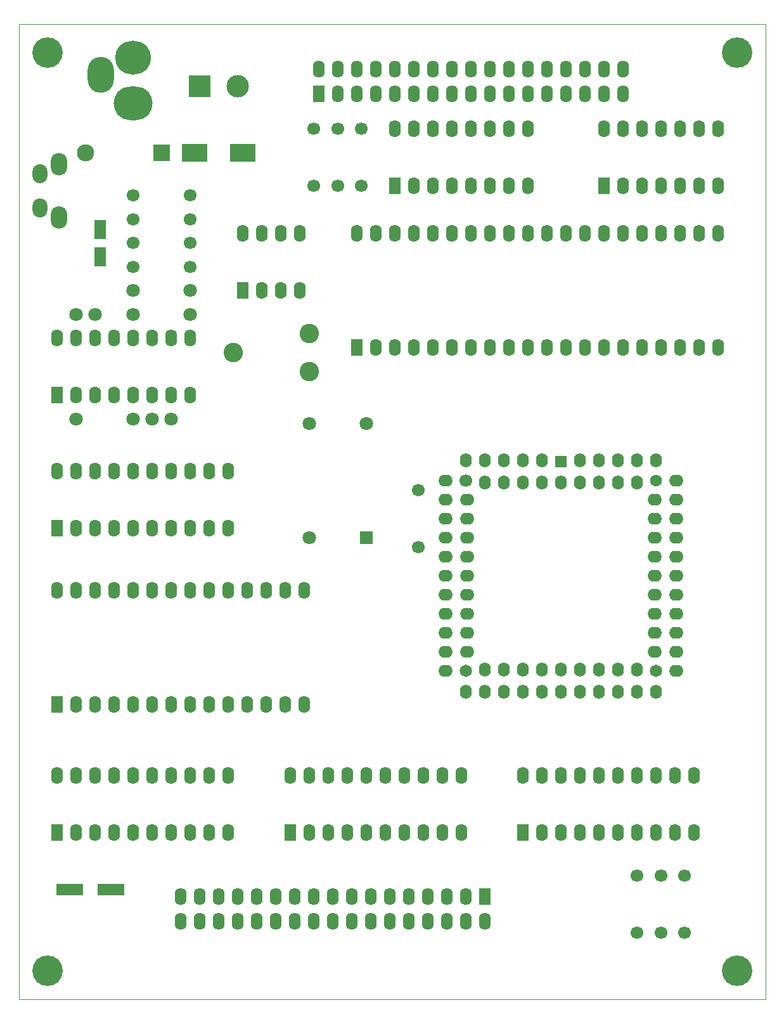
<source format=gts>
G04 (created by PCBNEW (2013-07-07 BZR 4022)-stable) date 19/03/2022 16:52:54*
%MOIN*%
G04 Gerber Fmt 3.4, Leading zero omitted, Abs format*
%FSLAX34Y34*%
G01*
G70*
G90*
G04 APERTURE LIST*
%ADD10C,0.00590551*%
%ADD11C,0.00393701*%
%ADD12O,0.189X0.177165*%
%ADD13O,0.204724X0.177165*%
%ADD14O,0.137795X0.189*%
%ADD15O,0.0866142X0.11811*%
%ADD16O,0.0787402X0.1*%
%ADD17R,0.0629921X0.0905512*%
%ADD18O,0.0629921X0.0905512*%
%ADD19C,0.0669291*%
%ADD20C,0.0708661*%
%ADD21R,0.0629921X0.0629921*%
%ADD22O,0.0629921X0.0748031*%
%ADD23O,0.0748031X0.0629921*%
%ADD24C,0.0649606*%
%ADD25C,0.0629921*%
%ADD26R,0.062X0.09*%
%ADD27O,0.062X0.09*%
%ADD28R,0.0708661X0.0708661*%
%ADD29C,0.0905512*%
%ADD30R,0.0905512X0.0905512*%
%ADD31C,0.102362*%
%ADD32R,0.11811X0.11811*%
%ADD33C,0.11811*%
%ADD34C,0.16*%
%ADD35R,0.063X0.1024*%
%ADD36R,0.1378X0.0945*%
%ADD37R,0.1417X0.063*%
G04 APERTURE END LIST*
G54D10*
G54D11*
X-9000Y65200D02*
X-9000Y13950D01*
X30250Y65200D02*
X-9000Y65200D01*
X30250Y13950D02*
X30250Y65200D01*
X-9000Y13950D02*
X30250Y13950D01*
G54D12*
X-3000Y63450D03*
G54D13*
X-3000Y61050D03*
G54D14*
X-4700Y62550D03*
G54D15*
X-6900Y55050D03*
G54D16*
X-7900Y55550D03*
X-7900Y57350D03*
G54D15*
X-6900Y57850D03*
G54D17*
X15500Y19357D03*
G54D18*
X15500Y18042D03*
X14500Y19357D03*
X14500Y18042D03*
X13500Y19357D03*
X13500Y18042D03*
X12500Y19357D03*
X12500Y18042D03*
X11500Y19357D03*
X11500Y18042D03*
X10500Y19357D03*
X10500Y18042D03*
X9500Y19357D03*
X9500Y18042D03*
X8500Y19357D03*
X8500Y18042D03*
X7500Y19357D03*
X7500Y18042D03*
X6500Y19357D03*
X6500Y18042D03*
X5500Y19357D03*
X5500Y18042D03*
X4500Y19357D03*
X4500Y18042D03*
X3500Y19357D03*
X3500Y18042D03*
X2500Y19357D03*
X2500Y18042D03*
X1500Y19357D03*
X1500Y18042D03*
X500Y19357D03*
X500Y18042D03*
X-500Y19357D03*
X-500Y18042D03*
G54D17*
X6750Y61542D03*
G54D18*
X6750Y62857D03*
X7750Y61542D03*
X7750Y62857D03*
X8750Y61542D03*
X8750Y62857D03*
X9750Y61542D03*
X9750Y62857D03*
X10750Y61542D03*
X10750Y62857D03*
X11750Y61542D03*
X11750Y62857D03*
X12750Y61542D03*
X12750Y62857D03*
X13750Y61542D03*
X13750Y62857D03*
X14750Y61542D03*
X14750Y62857D03*
X15750Y61542D03*
X15750Y62857D03*
X16750Y61542D03*
X16750Y62857D03*
X17750Y61542D03*
X17750Y62857D03*
X18750Y61542D03*
X18750Y62857D03*
X19750Y61542D03*
X19750Y62857D03*
X20750Y61542D03*
X20750Y62857D03*
X21750Y61542D03*
X21750Y62857D03*
X22750Y61542D03*
X22750Y62857D03*
G54D19*
X9000Y56700D03*
X9000Y59700D03*
G54D20*
X0Y49950D03*
X-3000Y49950D03*
X-6000Y44450D03*
X-3000Y44450D03*
X0Y51200D03*
X-3000Y51200D03*
G54D19*
X-3000Y52450D03*
X0Y52450D03*
X-3000Y54950D03*
X0Y54950D03*
X-3000Y53700D03*
X0Y53700D03*
X-3000Y56200D03*
X0Y56200D03*
G54D21*
X19500Y42200D03*
G54D22*
X19500Y41121D03*
X18500Y42278D03*
X18500Y41121D03*
X17500Y42278D03*
X17500Y41121D03*
X16500Y42278D03*
X16500Y41121D03*
X15500Y42278D03*
X15500Y41121D03*
X14500Y42278D03*
G54D23*
X13421Y41200D03*
G54D19*
X14500Y41200D03*
G54D23*
X13421Y40200D03*
X14578Y40200D03*
X13421Y39200D03*
X14578Y39200D03*
X13421Y38200D03*
X14578Y38200D03*
X13421Y37200D03*
X14578Y37200D03*
X13421Y36200D03*
X14578Y36200D03*
X13421Y35200D03*
X14578Y35200D03*
X13421Y34200D03*
X14578Y34200D03*
X13421Y33200D03*
X14578Y33200D03*
X13421Y32200D03*
X14578Y32200D03*
X13421Y31200D03*
G54D22*
X14500Y30121D03*
G54D24*
X14500Y31200D03*
G54D22*
X15500Y30121D03*
X15500Y31278D03*
X16500Y30121D03*
X16500Y31278D03*
X17500Y30121D03*
X17500Y31278D03*
X18500Y30121D03*
X18500Y31278D03*
X19500Y30121D03*
X19500Y31278D03*
X20500Y30121D03*
X20500Y31278D03*
X21500Y30121D03*
X21500Y31278D03*
X22500Y30121D03*
X22500Y31278D03*
X23500Y30121D03*
X23500Y31278D03*
X24500Y30121D03*
G54D23*
X25578Y31200D03*
G54D24*
X24500Y31200D03*
G54D23*
X25578Y32200D03*
X24421Y32200D03*
X25578Y33200D03*
X24421Y33200D03*
X25578Y34200D03*
X24421Y34200D03*
X25578Y35200D03*
X24421Y35200D03*
X25578Y36200D03*
X24421Y36200D03*
X25578Y37200D03*
X24421Y37200D03*
X25578Y38200D03*
X24421Y38200D03*
X25578Y39200D03*
X24421Y39200D03*
X25578Y40200D03*
X24421Y40200D03*
X25578Y41200D03*
G54D22*
X24500Y42278D03*
G54D25*
X24500Y41200D03*
G54D22*
X23500Y42278D03*
X23500Y41121D03*
X22500Y42278D03*
X22500Y41121D03*
X21500Y42278D03*
X21500Y41121D03*
X20500Y42278D03*
X20500Y41121D03*
G54D26*
X2750Y51200D03*
G54D27*
X3750Y51200D03*
X4750Y51200D03*
X5750Y51200D03*
X5750Y54200D03*
X4750Y54200D03*
X3750Y54200D03*
X2750Y54200D03*
G54D26*
X8750Y48200D03*
G54D27*
X9750Y48200D03*
X10750Y48200D03*
X11750Y48200D03*
X12750Y48200D03*
X13750Y48200D03*
X14750Y48200D03*
X15750Y48200D03*
X16750Y48200D03*
X17750Y48200D03*
X18750Y48200D03*
X19750Y48200D03*
X20750Y48200D03*
X21750Y48200D03*
X22750Y48200D03*
X23750Y48200D03*
X24750Y48200D03*
X25750Y48200D03*
X26750Y48200D03*
X27750Y48200D03*
X27750Y54200D03*
X26750Y54200D03*
X25750Y54200D03*
X24750Y54200D03*
X23750Y54200D03*
X22750Y54200D03*
X21750Y54200D03*
X20750Y54200D03*
X19750Y54200D03*
X18750Y54200D03*
X17750Y54200D03*
X16750Y54200D03*
X15750Y54200D03*
X14750Y54200D03*
X13750Y54200D03*
X12750Y54200D03*
X11750Y54200D03*
X10750Y54200D03*
X9750Y54200D03*
X8750Y54200D03*
G54D26*
X-7000Y29450D03*
G54D27*
X-6000Y29450D03*
X-5000Y29450D03*
X-4000Y29450D03*
X-3000Y29450D03*
X-2000Y29450D03*
X-1000Y29450D03*
X0Y29450D03*
X1000Y29450D03*
X2000Y29450D03*
X3000Y29450D03*
X4000Y29450D03*
X5000Y29450D03*
X6000Y29450D03*
X6000Y35450D03*
X5000Y35450D03*
X4000Y35450D03*
X3000Y35450D03*
X2000Y35450D03*
X1000Y35450D03*
X0Y35450D03*
X-1000Y35450D03*
X-2000Y35450D03*
X-3000Y35450D03*
X-4000Y35450D03*
X-5000Y35450D03*
X-6000Y35450D03*
X-7000Y35450D03*
G54D26*
X17500Y22700D03*
G54D27*
X18500Y22700D03*
X19500Y22700D03*
X20500Y22700D03*
X21500Y22700D03*
X22500Y22700D03*
X23500Y22700D03*
X24500Y22700D03*
X25500Y22700D03*
X26500Y22700D03*
X26500Y25700D03*
X25500Y25700D03*
X24500Y25700D03*
X23500Y25700D03*
X22500Y25700D03*
X21500Y25700D03*
X20500Y25700D03*
X19500Y25700D03*
X18500Y25700D03*
X17500Y25700D03*
G54D26*
X-7000Y22700D03*
G54D27*
X-6000Y22700D03*
X-5000Y22700D03*
X-4000Y22700D03*
X-3000Y22700D03*
X-2000Y22700D03*
X-1000Y22700D03*
X0Y22700D03*
X1000Y22700D03*
X2000Y22700D03*
X2000Y25700D03*
X1000Y25700D03*
X0Y25700D03*
X-1000Y25700D03*
X-2000Y25700D03*
X-3000Y25700D03*
X-4000Y25700D03*
X-5000Y25700D03*
X-6000Y25700D03*
X-7000Y25700D03*
G54D26*
X5250Y22700D03*
G54D27*
X6250Y22700D03*
X7250Y22700D03*
X8250Y22700D03*
X9250Y22700D03*
X10250Y22700D03*
X11250Y22700D03*
X12250Y22700D03*
X13250Y22700D03*
X14250Y22700D03*
X14250Y25700D03*
X13250Y25700D03*
X12250Y25700D03*
X11250Y25700D03*
X10250Y25700D03*
X9250Y25700D03*
X8250Y25700D03*
X7250Y25700D03*
X6250Y25700D03*
X5250Y25700D03*
G54D26*
X-7000Y38700D03*
G54D27*
X-6000Y38700D03*
X-5000Y38700D03*
X-4000Y38700D03*
X-3000Y38700D03*
X-2000Y38700D03*
X-1000Y38700D03*
X0Y38700D03*
X1000Y38700D03*
X2000Y38700D03*
X2000Y41700D03*
X1000Y41700D03*
X0Y41700D03*
X-1000Y41700D03*
X-2000Y41700D03*
X-3000Y41700D03*
X-4000Y41700D03*
X-5000Y41700D03*
X-6000Y41700D03*
X-7000Y41700D03*
G54D26*
X10750Y56700D03*
G54D27*
X11750Y56700D03*
X12750Y56700D03*
X13750Y56700D03*
X14750Y56700D03*
X15750Y56700D03*
X16750Y56700D03*
X17750Y56700D03*
X17750Y59700D03*
X16750Y59700D03*
X15750Y59700D03*
X14750Y59700D03*
X13750Y59700D03*
X12750Y59700D03*
X11750Y59700D03*
X10750Y59700D03*
G54D26*
X-7000Y45700D03*
G54D27*
X-6000Y45700D03*
X-5000Y45700D03*
X-4000Y45700D03*
X-3000Y45700D03*
X-2000Y45700D03*
X-1000Y45700D03*
X0Y45700D03*
X0Y48700D03*
X-1000Y48700D03*
X-2000Y48700D03*
X-3000Y48700D03*
X-4000Y48700D03*
X-5000Y48700D03*
X-6000Y48700D03*
X-7000Y48700D03*
G54D26*
X21750Y56700D03*
G54D27*
X22750Y56700D03*
X23750Y56700D03*
X24750Y56700D03*
X25750Y56700D03*
X26750Y56700D03*
X27750Y56700D03*
X27750Y59700D03*
X26750Y59700D03*
X25750Y59700D03*
X24750Y59700D03*
X23750Y59700D03*
X22750Y59700D03*
X21750Y59700D03*
G54D20*
X-1000Y44450D03*
X-2000Y44450D03*
X-6000Y49950D03*
X-5000Y49950D03*
G54D28*
X9250Y38200D03*
G54D20*
X6250Y38200D03*
X6250Y44200D03*
X9250Y44200D03*
G54D19*
X7750Y56700D03*
X7750Y59700D03*
G54D29*
X-5500Y58450D03*
G54D30*
X-1500Y58450D03*
G54D31*
X6250Y46950D03*
X2250Y47950D03*
X6250Y48950D03*
G54D32*
X500Y61950D03*
G54D33*
X2500Y61950D03*
G54D34*
X-7500Y63700D03*
X28750Y63700D03*
X28750Y15450D03*
X-7500Y15450D03*
G54D19*
X24750Y17450D03*
X24750Y20450D03*
X26000Y17450D03*
X26000Y20450D03*
X23500Y20450D03*
X23500Y17450D03*
X12000Y37700D03*
X12000Y40700D03*
X6500Y59700D03*
X6500Y56700D03*
G54D35*
X-4750Y52991D03*
X-4750Y54409D03*
G54D36*
X220Y58450D03*
X2780Y58450D03*
G54D37*
X-4167Y19700D03*
X-6333Y19700D03*
M02*

</source>
